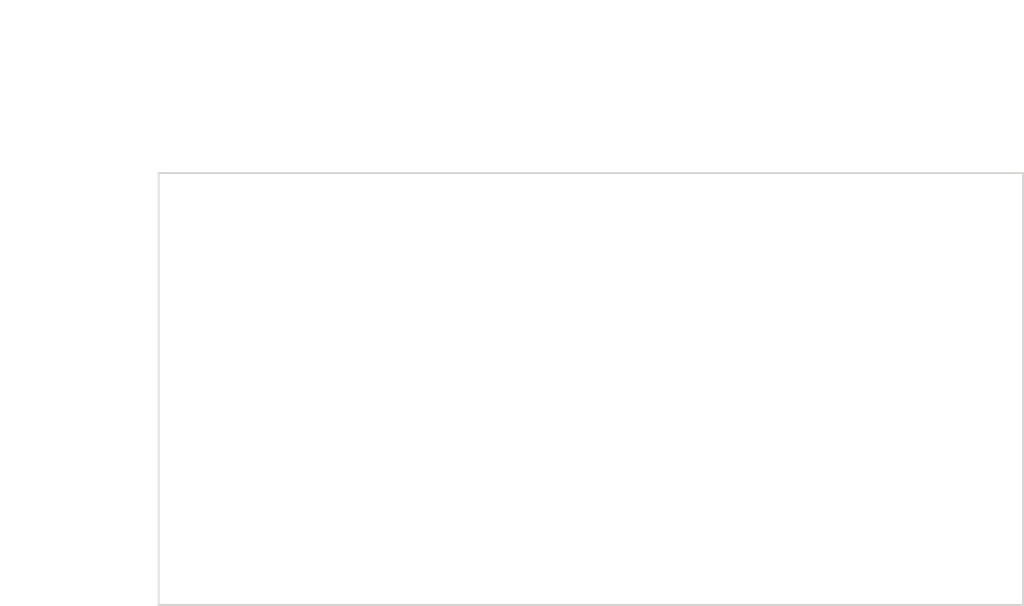
<source format=kicad_pcb>
(kicad_pcb (version 20171130) (host pcbnew "(5.1.10)-1")

  (general
    (thickness 1.6)
    (drawings 13)
    (tracks 0)
    (zones 0)
    (modules 0)
    (nets 1)
  )

  (page A4)
  (layers
    (0 F.Cu signal)
    (1 In1.Cu signal)
    (2 In2.Cu signal)
    (31 B.Cu signal)
    (32 B.Adhes user)
    (33 F.Adhes user)
    (34 B.Paste user)
    (35 F.Paste user)
    (36 B.SilkS user)
    (37 F.SilkS user)
    (38 B.Mask user)
    (39 F.Mask user)
    (40 Dwgs.User user)
    (41 Cmts.User user)
    (42 Eco1.User user)
    (43 Eco2.User user)
    (44 Edge.Cuts user)
    (45 Margin user)
    (46 B.CrtYd user)
    (47 F.CrtYd user)
    (48 B.Fab user)
    (49 F.Fab user)
  )

  (setup
    (last_trace_width 0.25)
    (user_trace_width 0.3)
    (user_trace_width 0.4)
    (user_trace_width 0.5)
    (user_trace_width 0.6)
    (user_trace_width 0.7)
    (user_trace_width 0.8)
    (user_trace_width 1)
    (user_trace_width 1.2)
    (user_trace_width 1.4)
    (user_trace_width 2)
    (trace_clearance 0.2)
    (zone_clearance 0.254)
    (zone_45_only yes)
    (trace_min 0.2)
    (via_size 0.8)
    (via_drill 0.4)
    (via_min_size 0.4)
    (via_min_drill 0.3)
    (user_via 1.1 0.6)
    (user_via 1.2 0.7)
    (user_via 1.6 1)
    (user_via 1.8 1.2)
    (user_via 2 1.4)
    (user_via 2.4 1.8)
    (uvia_size 0.3)
    (uvia_drill 0.1)
    (uvias_allowed no)
    (uvia_min_size 0.2)
    (uvia_min_drill 0.1)
    (edge_width 0.1)
    (segment_width 0.2)
    (pcb_text_width 0.3)
    (pcb_text_size 1.5 1.5)
    (mod_edge_width 0.15)
    (mod_text_size 1 1)
    (mod_text_width 0.15)
    (pad_size 1.7 1.7)
    (pad_drill 1)
    (pad_to_mask_clearance 0)
    (aux_axis_origin 100 100)
    (grid_origin 100 100)
    (visible_elements 7FFFFFFF)
    (pcbplotparams
      (layerselection 0x010fc_ffffffff)
      (usegerberextensions false)
      (usegerberattributes true)
      (usegerberadvancedattributes true)
      (creategerberjobfile true)
      (excludeedgelayer true)
      (linewidth 0.020000)
      (plotframeref false)
      (viasonmask false)
      (mode 1)
      (useauxorigin false)
      (hpglpennumber 1)
      (hpglpenspeed 20)
      (hpglpendiameter 15.000000)
      (psnegative false)
      (psa4output false)
      (plotreference true)
      (plotvalue true)
      (plotinvisibletext false)
      (padsonsilk false)
      (subtractmaskfromsilk true)
      (outputformat 1)
      (mirror false)
      (drillshape 0)
      (scaleselection 1)
      (outputdirectory "Gerbers/"))
  )

  (net 0 "")

  (net_class Default "Это класс цепей по умолчанию."
    (clearance 0.2)
    (trace_width 0.25)
    (via_dia 0.8)
    (via_drill 0.4)
    (uvia_dia 0.3)
    (uvia_drill 0.1)
  )

  (net_class AC230V ""
    (clearance 0.8)
    (trace_width 2)
    (via_dia 1.8)
    (via_drill 1)
    (uvia_dia 0.3)
    (uvia_drill 0.1)
  )

  (gr_line (start 125 75) (end 125 100) (layer Margin) (width 0.15))
  (dimension 25 (width 0.15) (layer Dwgs.User)
    (gr_text "25,000 мм" (at 69.49 87.5 90) (layer Dwgs.User)
      (effects (font (size 1 1) (thickness 0.15)))
    )
    (feature1 (pts (xy 75 100) (xy 70.203579 100)))
    (feature2 (pts (xy 75 75) (xy 70.203579 75)))
    (crossbar (pts (xy 70.79 75) (xy 70.79 100)))
    (arrow1a (pts (xy 70.79 100) (xy 70.203579 98.873496)))
    (arrow1b (pts (xy 70.79 100) (xy 71.376421 98.873496)))
    (arrow2a (pts (xy 70.79 75) (xy 70.203579 76.126504)))
    (arrow2b (pts (xy 70.79 75) (xy 71.376421 76.126504)))
  )
  (gr_line (start 75 100) (end 75 75) (layer Margin) (width 0.15) (tstamp 5FD232D1))
  (gr_line (start 75 100) (end 125 100) (layer Margin) (width 0.15))
  (gr_line (start 75 75) (end 75 100) (layer Edge.Cuts) (width 0.1) (tstamp 5FD30EB7))
  (gr_line (start 75 100) (end 125 100) (layer Edge.Cuts) (width 0.1))
  (gr_line (start 125 75) (end 125 100) (layer Edge.Cuts) (width 0.1))
  (gr_line (start 75 75) (end 125 75) (layer Edge.Cuts) (width 0.1))
  (gr_line (start 75 75) (end 125 75) (layer Margin) (width 0.15))
  (gr_line (start 100 75) (end 100 100) (layer Eco1.User) (width 0.15))
  (dimension 25 (width 0.15) (layer Eco1.User)
    (gr_text "25,000 мм" (at 87.5 69.49) (layer Eco1.User)
      (effects (font (size 1 1) (thickness 0.15)))
    )
    (feature1 (pts (xy 75 75) (xy 75 70.203579)))
    (feature2 (pts (xy 100 75) (xy 100 70.203579)))
    (crossbar (pts (xy 100 70.79) (xy 75 70.79)))
    (arrow1a (pts (xy 75 70.79) (xy 76.126504 70.203579)))
    (arrow1b (pts (xy 75 70.79) (xy 76.126504 71.376421)))
    (arrow2a (pts (xy 100 70.79) (xy 98.873496 70.203579)))
    (arrow2b (pts (xy 100 70.79) (xy 98.873496 71.376421)))
  )
  (dimension 25 (width 0.15) (layer Eco1.User)
    (gr_text "25,000 мм" (at 112.5 69.49) (layer Eco1.User)
      (effects (font (size 1 1) (thickness 0.15)))
    )
    (feature1 (pts (xy 125 75) (xy 125 70.203579)))
    (feature2 (pts (xy 100 75) (xy 100 70.203579)))
    (crossbar (pts (xy 100 70.79) (xy 125 70.79)))
    (arrow1a (pts (xy 125 70.79) (xy 123.873496 71.376421)))
    (arrow1b (pts (xy 125 70.79) (xy 123.873496 70.203579)))
    (arrow2a (pts (xy 100 70.79) (xy 101.126504 71.376421)))
    (arrow2b (pts (xy 100 70.79) (xy 101.126504 70.203579)))
  )
  (dimension 50 (width 0.15) (layer Dwgs.User)
    (gr_text "50,000 мм" (at 100 65.68) (layer Dwgs.User)
      (effects (font (size 1 1) (thickness 0.15)))
    )
    (feature1 (pts (xy 125 75) (xy 125 66.393579)))
    (feature2 (pts (xy 75 75) (xy 75 66.393579)))
    (crossbar (pts (xy 75 66.98) (xy 125 66.98)))
    (arrow1a (pts (xy 125 66.98) (xy 123.873496 67.566421)))
    (arrow1b (pts (xy 125 66.98) (xy 123.873496 66.393579)))
    (arrow2a (pts (xy 75 66.98) (xy 76.126504 67.566421)))
    (arrow2b (pts (xy 75 66.98) (xy 76.126504 66.393579)))
  )

)

</source>
